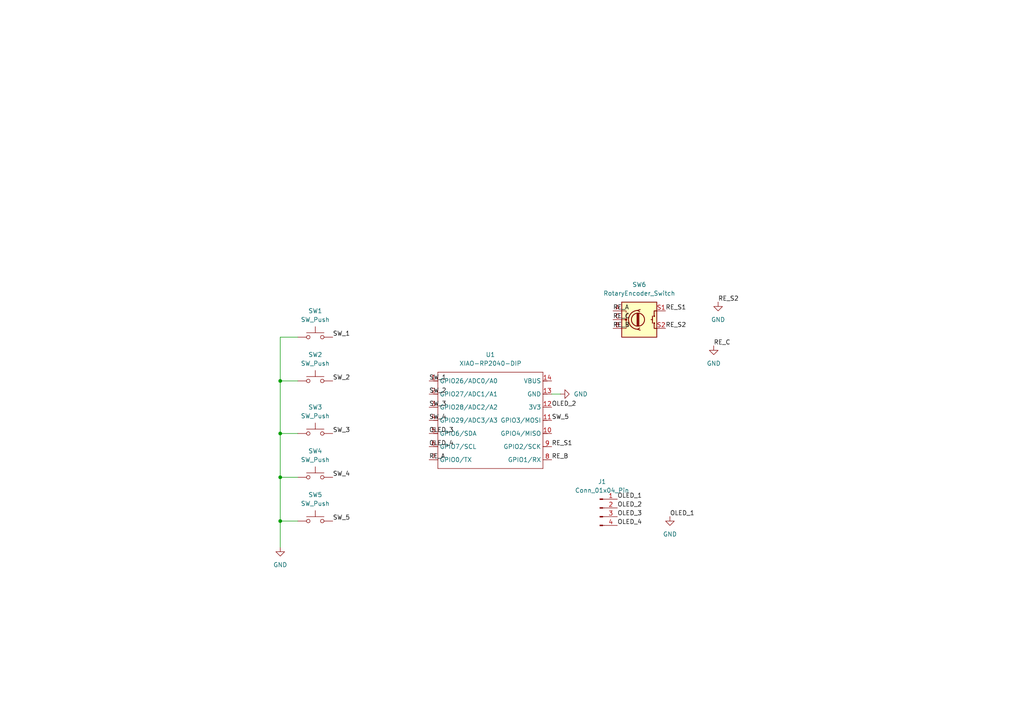
<source format=kicad_sch>
(kicad_sch (version 20250114) (generator "eeschema") (generator_version "9.0")
  (paper "A4")
  (lib_symbols
    (symbol "Connector:Conn_01x04_Pin" (pin_names (offset 1.016) (hide yes))
      (property "Reference" "J" (at 0 5.08 0))
      (property "Value" "Conn_01x04_Pin" (at 0 -7.62 0))
      (symbol "Conn_01x04_Pin_1_1"
        (rectangle (start 0.8636 2.667) (end 0 2.413) (stroke (width 0.1524)) (fill (type outline)))
        (rectangle (start 0.8636 0.127) (end 0 -0.127) (stroke (width 0.1524)) (fill (type outline)))
        (rectangle (start 0.8636 -2.413) (end 0 -2.667) (stroke (width 0.1524)) (fill (type outline)))
        (rectangle (start 0.8636 -4.953) (end 0 -5.207) (stroke (width 0.1524)) (fill (type outline)))
        (polyline (pts (xy 1.27 2.54) (xy 0.8636 2.54)) (stroke (width 0.1524)))
        (polyline (pts (xy 1.27 0) (xy 0.8636 0)) (stroke (width 0.1524)))
        (polyline (pts (xy 1.27 -2.54) (xy 0.8636 -2.54)) (stroke (width 0.1524)))
        (polyline (pts (xy 1.27 -5.08) (xy 0.8636 -5.08)) (stroke (width 0.1524)))
        (pin passive line (at 5.08 2.54 180) (length 3.81) (name "Pin_1") (number "1"))
        (pin passive line (at 5.08 0 180) (length 3.81) (name "Pin_2") (number "2"))
        (pin passive line (at 5.08 -2.54 180) (length 3.81) (name "Pin_3") (number "3"))
        (pin passive line (at 5.08 -5.08 180) (length 3.81) (name "Pin_4") (number "4"))
      )
    )
    (symbol "Device:RotaryEncoder_Switch" (pin_names (offset 0.254) (hide yes))
      (property "Reference" "SW" (at 0 6.604 0))
      (property "Value" "RotaryEncoder_Switch" (at 0 -6.604 0))
      (symbol "RotaryEncoder_Switch_0_1"
        (rectangle (start -5.08 5.08) (end 5.08 -5.08) (stroke (width 0.254)) (fill (type background)))
        (polyline (pts (xy -5.08 2.54) (xy -3.81 2.54) (xy -3.81 2.032)))
        (polyline (pts (xy -5.08 0) (xy -3.81 0) (xy -3.81 -1.016) (xy -3.302 -2.032)))
        (polyline (pts (xy -5.08 -2.54) (xy -3.81 -2.54) (xy -3.81 -2.032)))
        (polyline (pts (xy -4.318 0) (xy -3.81 0) (xy -3.81 1.016) (xy -3.302 2.032)))
        (circle (center -3.81 0) (radius 0.254) (fill (type outline)))
        (polyline (pts (xy -0.635 -1.778) (xy -0.635 1.778)) (stroke (width 0.254)))
        (circle (center -0.381 0) (radius 1.905) (stroke (width 0.254)))
        (polyline (pts (xy -0.381 -1.778) (xy -0.381 1.778)) (stroke (width 0.254)))
        (arc (start -0.381 -2.794) (mid -3.0988 -0.0635) (end -0.381 2.667) (stroke (width 0.254)))
        (polyline (pts (xy -0.127 1.778) (xy -0.127 -1.778)) (stroke (width 0.254)))
        (polyline (pts (xy 0.254 2.921) (xy -0.508 2.667) (xy 0.127 2.286)) (stroke (width 0.254)))
        (polyline (pts (xy 0.254 -3.048) (xy -0.508 -2.794) (xy 0.127 -2.413)) (stroke (width 0.254)))
        (polyline (pts (xy 3.81 1.016) (xy 3.81 -1.016)) (stroke (width 0.254)))
        (polyline (pts (xy 3.81 0) (xy 3.429 0)) (stroke (width 0.254)))
        (circle (center 4.318 1.016) (radius 0.127) (stroke (width 0.254)))
        (circle (center 4.318 -1.016) (radius 0.127) (stroke (width 0.254)))
        (polyline (pts (xy 5.08 2.54) (xy 4.318 2.54) (xy 4.318 1.016)) (stroke (width 0.254)))
        (polyline (pts (xy 5.08 -2.54) (xy 4.318 -2.54) (xy 4.318 -1.016)) (stroke (width 0.254)))
      )
      (symbol "RotaryEncoder_Switch_1_1"
        (pin passive line (at -7.62 2.54 0) (length 2.54) (name "A") (number "A"))
        (pin passive line (at -7.62 0 0) (length 2.54) (name "C") (number "C"))
        (pin passive line (at -7.62 -2.54 0) (length 2.54) (name "B") (number "B"))
        (pin passive line (at 7.62 2.54 180) (length 2.54) (name "S1") (number "S1"))
        (pin passive line (at 7.62 -2.54 180) (length 2.54) (name "S2") (number "S2"))
      )
    )
    (symbol "OPL Library:XIAO-RP2040-DIP"
      (property "Reference" "U" (at 0 0 0))
      (property "Value" "XIAO-RP2040-DIP" (at 5.334 -1.778 0))
      (symbol "XIAO-RP2040-DIP_1_0"
        (polyline (pts (xy -1.27 -2.54) (xy 29.21 -2.54)) (stroke (width 0.1524)))
        (polyline (pts (xy -1.27 -5.08) (xy -2.54 -5.08)) (stroke (width 0.1524)))
        (polyline (pts (xy -1.27 -5.08) (xy -1.27 -2.54)) (stroke (width 0.1524)))
        (polyline (pts (xy -1.27 -8.89) (xy -2.54 -8.89)) (stroke (width 0.1524)))
        (polyline (pts (xy -1.27 -8.89) (xy -1.27 -5.08)) (stroke (width 0.1524)))
        (polyline (pts (xy -1.27 -12.7) (xy -2.54 -12.7)) (stroke (width 0.1524)))
        (polyline (pts (xy -1.27 -12.7) (xy -1.27 -8.89)) (stroke (width 0.1524)))
        (polyline (pts (xy -1.27 -16.51) (xy -2.54 -16.51)) (stroke (width 0.1524)))
        (polyline (pts (xy -1.27 -16.51) (xy -1.27 -12.7)) (stroke (width 0.1524)))
        (polyline (pts (xy -1.27 -20.32) (xy -2.54 -20.32)) (stroke (width 0.1524)))
        (polyline (pts (xy -1.27 -24.13) (xy -2.54 -24.13)) (stroke (width 0.1524)))
        (polyline (pts (xy -1.27 -27.94) (xy -2.54 -27.94)) (stroke (width 0.1524)))
        (polyline (pts (xy -1.27 -30.48) (xy -1.27 -16.51)) (stroke (width 0.1524)))
        (polyline (pts (xy 29.21 -2.54) (xy 29.21 -5.08)) (stroke (width 0.1524)))
        (polyline (pts (xy 29.21 -5.08) (xy 29.21 -8.89)) (stroke (width 0.1524)))
        (polyline (pts (xy 29.21 -8.89) (xy 29.21 -12.7)) (stroke (width 0.1524)))
        (polyline (pts (xy 29.21 -12.7) (xy 29.21 -30.48)) (stroke (width 0.1524)))
        (polyline (pts (xy 29.21 -30.48) (xy -1.27 -30.48)) (stroke (width 0.1524)))
        (polyline (pts (xy 30.48 -5.08) (xy 29.21 -5.08)) (stroke (width 0.1524)))
        (polyline (pts (xy 30.48 -8.89) (xy 29.21 -8.89)) (stroke (width 0.1524)))
        (polyline (pts (xy 30.48 -12.7) (xy 29.21 -12.7)) (stroke (width 0.1524)))
        (polyline (pts (xy 30.48 -16.51) (xy 29.21 -16.51)) (stroke (width 0.1524)))
        (polyline (pts (xy 30.48 -20.32) (xy 29.21 -20.32)) (stroke (width 0.1524)))
        (polyline (pts (xy 30.48 -24.13) (xy 29.21 -24.13)) (stroke (width 0.1524)))
        (polyline (pts (xy 30.48 -27.94) (xy 29.21 -27.94)) (stroke (width 0.1524)))
        (pin passive line (at -3.81 -5.08 0) (length 2.54) (name "GPIO26/ADC0/A0") (number "1"))
        (pin passive line (at -3.81 -8.89 0) (length 2.54) (name "GPIO27/ADC1/A1") (number "2"))
        (pin passive line (at -3.81 -12.7 0) (length 2.54) (name "GPIO28/ADC2/A2") (number "3"))
        (pin passive line (at -3.81 -16.51 0) (length 2.54) (name "GPIO29/ADC3/A3") (number "4"))
        (pin passive line (at -3.81 -20.32 0) (length 2.54) (name "GPIO6/SDA") (number "5"))
        (pin passive line (at -3.81 -24.13 0) (length 2.54) (name "GPIO7/SCL") (number "6"))
        (pin passive line (at -3.81 -27.94 0) (length 2.54) (name "GPIO0/TX") (number "7"))
        (pin passive line (at 31.75 -5.08 180) (length 2.54) (name "VBUS") (number "14"))
        (pin passive line (at 31.75 -8.89 180) (length 2.54) (name "GND") (number "13"))
        (pin passive line (at 31.75 -12.7 180) (length 2.54) (name "3V3") (number "12"))
        (pin passive line (at 31.75 -16.51 180) (length 2.54) (name "GPIO3/MOSI") (number "11"))
        (pin passive line (at 31.75 -20.32 180) (length 2.54) (name "GPIO4/MISO") (number "10"))
        (pin passive line (at 31.75 -24.13 180) (length 2.54) (name "GPIO2/SCK") (number "9"))
        (pin passive line (at 31.75 -27.94 180) (length 2.54) (name "GPIO1/RX") (number "8"))
      )
    )
    (symbol "Switch:SW_Push" (pin_numbers (hide yes)) (pin_names (offset 1.016) (hide yes))
      (property "Reference" "SW" (at 1.27 2.54 0))
      (property "Value" "SW_Push" (at 0 -1.524 0))
      (symbol "SW_Push_0_1"
        (circle (center -2.032 0) (radius 0.508))
        (polyline (pts (xy 0 1.27) (xy 0 3.048)))
        (circle (center 2.032 0) (radius 0.508))
        (polyline (pts (xy 2.54 1.27) (xy -2.54 1.27)))
        (pin passive line (at -5.08 0 0) (length 2.54) (name "1") (number "1"))
        (pin passive line (at 5.08 0 180) (length 2.54) (name "2") (number "2"))
      )
    )
    (symbol "power:GND" (power) (pin_numbers (hide yes)) (pin_names (offset 0) (hide yes))
      (property "Value" "GND" (at 0 -3.81 0))
      (symbol "GND_0_1"
        (polyline (pts (xy 0 0) (xy 0 -1.27) (xy 1.27 -1.27) (xy 0 -2.54) (xy -1.27 -1.27) (xy 0 -1.27)))
      )
      (symbol "GND_1_1"
        (pin power_in line (at 0 0 270) (length 0) (name "~") (number "1"))
      )
    )
  )
  (junction (at 81.28 138.43))
  (junction (at 81.28 151.13))
  (junction (at 81.28 110.49))
  (junction (at 81.28 125.73))
  (wire (pts (xy 81.28 97.79) (xy 86.36 97.79)))
  (wire (pts (xy 81.28 110.49) (xy 86.36 110.49)))
  (wire (pts (xy 160.02 114.3) (xy 162.56 114.3)))
  (wire (pts (xy 81.28 151.13) (xy 81.28 138.43)))
  (wire (pts (xy 81.28 125.73) (xy 86.36 125.73)))
  (wire (pts (xy 81.28 138.43) (xy 86.36 138.43)))
  (wire (pts (xy 81.28 125.73) (xy 81.28 110.49)))
  (wire (pts (xy 81.28 151.13) (xy 86.36 151.13)))
  (wire (pts (xy 81.28 158.75) (xy 81.28 151.13)))
  (wire (pts (xy 81.28 110.49) (xy 81.28 97.79)))
  (wire (pts (xy 81.28 138.43) (xy 81.28 125.73)))
  (label "OLED_4" (at 179.07 152.4 0))
  (label "SW_5" (at 160.02 121.92 0))
  (label "SW_4" (at 124.46 121.92 0))
  (label "OLED_3" (at 179.07 149.86 0))
  (label "RE_C" (at 207.01 100.33 0))
  (label "OLED_3" (at 124.46 125.73 0))
  (label "RE_B" (at 160.02 133.35 0))
  (label "OLED_2" (at 179.07 147.32 0))
  (label "SW_5" (at 96.52 151.13 0))
  (label "SW_4" (at 96.52 138.43 0))
  (label "RE_B" (at 177.8 95.25 0))
  (label "OLED_2" (at 160.02 118.11 0))
  (label "SW_3" (at 96.52 125.73 0))
  (label "RE_S1" (at 193.04 90.17 0))
  (label "RE_S1" (at 160.02 129.54 0))
  (label "RE_S2" (at 193.04 95.25 0))
  (label "RE_S2" (at 208.28 87.63 0))
  (label "SW_3" (at 124.46 118.11 0))
  (label "OLED_1" (at 194.31 149.86 0))
  (label "RE_A" (at 177.8 90.17 0))
  (label "SW_2" (at 124.46 114.3 0))
  (label "SW_1" (at 124.46 110.49 0))
  (label "SW_1" (at 96.52 97.79 0))
  (label "SW_2" (at 96.52 110.49 0))
  (label "OLED_1" (at 179.07 144.78 0))
  (label "RE_C" (at 177.8 92.71 0))
  (label "RE_A" (at 124.46 133.35 0))
  (label "OLED_4" (at 124.46 129.54 0))
  (symbol (lib_id "OPL Library:XIAO-RP2040-DIP") (at 128.27 105.41 0) (unit 1)
    (property "Reference" "U1" (at 142.24 102.87 0))
    (property "Value" "XIAO-RP2040-DIP" (at 142.24 105.41 0))
    (property "Footprint" "OPL LIB:XIAO-RP2040-DIP" (effects (hide yes)))
  )
  (symbol (lib_id "power:GND") (at 208.28 87.63 0) (unit 1)
    (property "Reference" "#PWR03" (effects (hide yes)))
    (property "Value" "GND" (at 208.28 92.71 0))
    (property "Description" "Power symbol creates a global label with name \"GND\" , ground" (effects (hide yes)))
  )
  (symbol (lib_id "Switch:SW_Push") (at 91.44 138.43 0) (unit 1)
    (property "Reference" "SW4" (at 91.44 130.81 0))
    (property "Value" "SW_Push" (at 91.44 133.35 0))
    (property "Footprint" "Button_Switch_Keyboard:SW_Cherry_MX_1.00u_PCB" (effects (hide yes)))
    (property "Description" "Push button switch, generic, two pins" (effects (hide yes)))
  )
  (symbol (lib_id "power:GND") (at 194.31 149.86 0) (unit 1)
    (property "Reference" "#PWR05" (effects (hide yes)))
    (property "Value" "GND" (at 194.31 154.94 0))
    (property "Description" "Power symbol creates a global label with name \"GND\" , ground" (effects (hide yes)))
  )
  (symbol (lib_id "Switch:SW_Push") (at 91.44 97.79 0) (unit 1)
    (property "Reference" "SW1" (at 91.44 90.17 0))
    (property "Value" "SW_Push" (at 91.44 92.71 0))
    (property "Footprint" "Button_Switch_Keyboard:SW_Cherry_MX_1.00u_PCB" (effects (hide yes)))
    (property "Description" "Push button switch, generic, two pins" (effects (hide yes)))
  )
  (symbol (lib_id "Connector:Conn_01x04_Pin") (at 173.99 147.32 0) (unit 1)
    (property "Reference" "J1" (at 174.625 139.7 0))
    (property "Value" "Conn_01x04_Pin" (at 174.625 142.24 0))
    (property "Footprint" "Connector_PinHeader_2.54mm:PinHeader_1x04_P2.54mm_Vertical" (effects (hide yes)))
    (property "Description" "Generic connector, single row, 01x04, script generated" (effects (hide yes)))
  )
  (symbol (lib_id "power:GND") (at 162.56 114.3 90) (unit 1)
    (property "Reference" "#PWR04" (effects (hide yes)))
    (property "Value" "GND" (at 166.37 114.2999 90) (effects (justify right)))
    (property "Description" "Power symbol creates a global label with name \"GND\" , ground" (effects (hide yes)))
  )
  (symbol (lib_id "Device:RotaryEncoder_Switch") (at 185.42 92.71 0) (unit 1)
    (property "Reference" "SW6" (at 185.42 82.55 0))
    (property "Value" "RotaryEncoder_Switch" (at 185.42 85.09 0))
    (property "Footprint" "Rotary_Encoder:RotaryEncoder_Alps_EC11E-Switch_Vertical_H20mm" (effects (hide yes)))
    (property "Description" "Rotary encoder, dual channel, incremental quadrate outputs, with switch" (effects (hide yes)))
  )
  (symbol (lib_id "power:GND") (at 207.01 100.33 0) (unit 1)
    (property "Reference" "#PWR02" (effects (hide yes)))
    (property "Value" "GND" (at 207.01 105.41 0))
    (property "Description" "Power symbol creates a global label with name \"GND\" , ground" (effects (hide yes)))
  )
  (symbol (lib_id "Switch:SW_Push") (at 91.44 110.49 0) (unit 1)
    (property "Reference" "SW2" (at 91.44 102.87 0))
    (property "Value" "SW_Push" (at 91.44 105.41 0))
    (property "Footprint" "Button_Switch_Keyboard:SW_Cherry_MX_1.00u_PCB" (effects (hide yes)))
    (property "Description" "Push button switch, generic, two pins" (effects (hide yes)))
  )
  (symbol (lib_id "power:GND") (at 81.28 158.75 0) (unit 1)
    (property "Reference" "#PWR01" (effects (hide yes)))
    (property "Value" "GND" (at 81.28 163.83 0))
    (property "Description" "Power symbol creates a global label with name \"GND\" , ground" (effects (hide yes)))
  )
  (symbol (lib_id "Switch:SW_Push") (at 91.44 125.73 0) (unit 1)
    (property "Reference" "SW3" (at 91.44 118.11 0))
    (property "Value" "SW_Push" (at 91.44 120.65 0))
    (property "Footprint" "Button_Switch_Keyboard:SW_Cherry_MX_1.00u_PCB" (effects (hide yes)))
    (property "Description" "Push button switch, generic, two pins" (effects (hide yes)))
  )
  (symbol (lib_id "Switch:SW_Push") (at 91.44 151.13 0) (unit 1)
    (property "Reference" "SW5" (at 91.44 143.51 0))
    (property "Value" "SW_Push" (at 91.44 146.05 0))
    (property "Footprint" "Button_Switch_Keyboard:SW_Cherry_MX_1.00u_PCB" (effects (hide yes)))
    (property "Description" "Push button switch, generic, two pins" (effects (hide yes)))
  )
)
</source>
